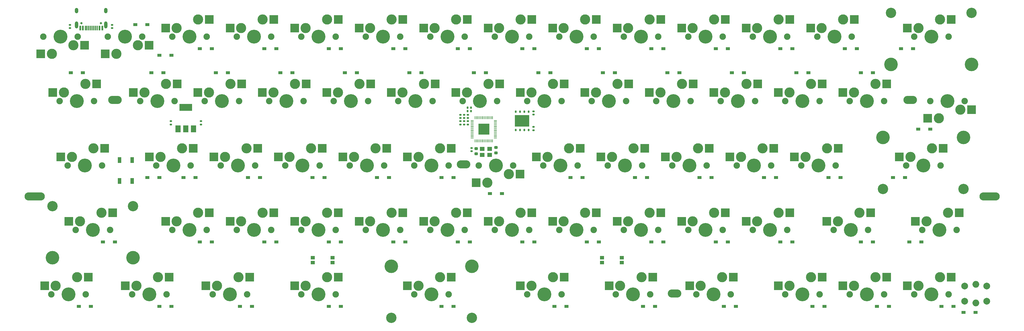
<source format=gbr>
%TF.GenerationSoftware,KiCad,Pcbnew,7.0.1*%
%TF.CreationDate,2025-02-28T05:26:20+09:00*%
%TF.ProjectId,bonyo6x_panel,626f6e79-6f36-4785-9f70-616e656c2e6b,rev?*%
%TF.SameCoordinates,Original*%
%TF.FileFunction,Soldermask,Bot*%
%TF.FilePolarity,Negative*%
%FSLAX46Y46*%
G04 Gerber Fmt 4.6, Leading zero omitted, Abs format (unit mm)*
G04 Created by KiCad (PCBNEW 7.0.1) date 2025-02-28 05:26:20*
%MOMM*%
%LPD*%
G01*
G04 APERTURE LIST*
G04 Aperture macros list*
%AMRoundRect*
0 Rectangle with rounded corners*
0 $1 Rounding radius*
0 $2 $3 $4 $5 $6 $7 $8 $9 X,Y pos of 4 corners*
0 Add a 4 corners polygon primitive as box body*
4,1,4,$2,$3,$4,$5,$6,$7,$8,$9,$2,$3,0*
0 Add four circle primitives for the rounded corners*
1,1,$1+$1,$2,$3*
1,1,$1+$1,$4,$5*
1,1,$1+$1,$6,$7*
1,1,$1+$1,$8,$9*
0 Add four rect primitives between the rounded corners*
20,1,$1+$1,$2,$3,$4,$5,0*
20,1,$1+$1,$4,$5,$6,$7,0*
20,1,$1+$1,$6,$7,$8,$9,0*
20,1,$1+$1,$8,$9,$2,$3,0*%
G04 Aperture macros list end*
%ADD10R,1.300000X0.950000*%
%ADD11C,1.900000*%
%ADD12C,3.000000*%
%ADD13C,4.100000*%
%ADD14R,2.550000X2.500000*%
%ADD15C,4.000000*%
%ADD16C,3.050000*%
%ADD17O,4.000000X2.400000*%
%ADD18O,6.000000X2.400000*%
%ADD19C,2.000000*%
%ADD20O,2.000000X2.000000*%
%ADD21RoundRect,0.140000X-0.170000X0.140000X-0.170000X-0.140000X0.170000X-0.140000X0.170000X0.140000X0*%
%ADD22R,1.100000X1.800000*%
%ADD23RoundRect,0.140000X0.140000X0.170000X-0.140000X0.170000X-0.140000X-0.170000X0.140000X-0.170000X0*%
%ADD24R,1.400000X1.200000*%
%ADD25R,1.300000X1.000000*%
%ADD26C,0.650000*%
%ADD27R,0.600000X1.450000*%
%ADD28R,0.300000X1.450000*%
%ADD29O,1.000000X1.600000*%
%ADD30O,1.000000X2.100000*%
%ADD31RoundRect,0.225000X-0.250000X0.225000X-0.250000X-0.225000X0.250000X-0.225000X0.250000X0.225000X0*%
%ADD32R,1.500000X2.000000*%
%ADD33R,3.800000X2.000000*%
%ADD34RoundRect,0.050000X0.387500X0.050000X-0.387500X0.050000X-0.387500X-0.050000X0.387500X-0.050000X0*%
%ADD35RoundRect,0.050000X0.050000X0.387500X-0.050000X0.387500X-0.050000X-0.387500X0.050000X-0.387500X0*%
%ADD36R,3.200000X3.200000*%
%ADD37RoundRect,0.125000X0.125000X-0.250000X0.125000X0.250000X-0.125000X0.250000X-0.125000X-0.250000X0*%
%ADD38R,4.300000X3.400000*%
G04 APERTURE END LIST*
D10*
%TO.C,D41*%
X312550264Y-90487576D03*
X316100264Y-90487576D03*
%TD*%
D11*
%TO.C,SW16*%
X90170056Y-67865666D03*
D12*
X91440056Y-65325666D03*
D13*
X95250056Y-67865666D03*
D12*
X97790056Y-62785666D03*
D11*
X100330056Y-67865666D03*
D14*
X88165056Y-65325666D03*
X101092056Y-62785666D03*
%TD*%
D11*
%TO.C,SW57*%
X111601306Y-125015666D03*
D12*
X112871306Y-122475666D03*
D13*
X116681306Y-125015666D03*
D12*
X119221306Y-119935666D03*
D11*
X121761306Y-125015666D03*
D14*
X109596306Y-122475666D03*
X122523306Y-119935666D03*
%TD*%
D10*
%TO.C,D16*%
X93475080Y-59531300D03*
X97025080Y-59531300D03*
%TD*%
%TO.C,D9*%
X222062688Y-52387544D03*
X225612688Y-52387544D03*
%TD*%
D11*
%TO.C,SW23*%
X223520056Y-67865666D03*
D12*
X224790056Y-65325666D03*
D13*
X228600056Y-67865666D03*
D12*
X231140056Y-62785666D03*
D11*
X233680056Y-67865666D03*
D14*
X221515056Y-65325666D03*
X234442056Y-62785666D03*
%TD*%
D11*
%TO.C,SW6*%
X156845056Y-48815666D03*
D12*
X158115056Y-46275666D03*
D13*
X161925056Y-48815666D03*
D12*
X164465056Y-43735666D03*
D11*
X167005056Y-48815666D03*
D14*
X154840056Y-46275666D03*
X167767056Y-43735666D03*
%TD*%
D10*
%TO.C,D39*%
X274450232Y-90487576D03*
X278000232Y-90487576D03*
%TD*%
%TO.C,D55*%
X72043812Y-128587608D03*
X75593812Y-128587608D03*
%TD*%
D15*
%TO.C,SW59*%
X164312648Y-116775730D03*
D16*
X164312648Y-132015730D03*
D11*
X171132648Y-125015730D03*
D12*
X172402648Y-122475730D03*
D13*
X176212648Y-125015730D03*
D12*
X178752648Y-119935730D03*
D11*
X181292648Y-125015730D03*
D15*
X188112648Y-116775730D03*
D16*
X188112648Y-132015730D03*
D14*
X169127648Y-122475730D03*
X182054648Y-119935730D03*
%TD*%
D11*
%TO.C,SW31*%
X113982556Y-86915666D03*
D12*
X115252556Y-84375666D03*
D13*
X119062556Y-86915666D03*
D12*
X121602556Y-81835666D03*
D11*
X124142556Y-86915666D03*
D14*
X111977556Y-84375666D03*
X124904556Y-81835666D03*
%TD*%
D11*
%TO.C,SW62*%
X254476468Y-125015730D03*
D12*
X255746468Y-122475730D03*
D13*
X259556468Y-125015730D03*
D12*
X262096468Y-119935730D03*
D11*
X264636468Y-125015730D03*
D14*
X252471468Y-122475730D03*
X265398468Y-119935730D03*
%TD*%
D10*
%TO.C,D56*%
X95856332Y-128587608D03*
X99406332Y-128587608D03*
%TD*%
%TO.C,D62*%
X262543972Y-128587608D03*
X266093972Y-128587608D03*
%TD*%
D11*
%TO.C,SW1*%
X71755056Y-48815666D03*
D12*
X70485056Y-51355666D03*
D13*
X66675056Y-48815666D03*
D12*
X64135056Y-53895666D03*
D11*
X61595056Y-48815666D03*
D14*
X73760056Y-51355666D03*
X60833056Y-53895666D03*
%TD*%
D10*
%TO.C,D17*%
X112525096Y-59531300D03*
X116075096Y-59531300D03*
%TD*%
%TO.C,D10*%
X241112704Y-52387544D03*
X244662704Y-52387544D03*
%TD*%
%TO.C,D64*%
X307787760Y-128587608D03*
X311337760Y-128587608D03*
%TD*%
D11*
%TO.C,SW18*%
X128270056Y-67865666D03*
D12*
X129540056Y-65325666D03*
D13*
X133350056Y-67865666D03*
D12*
X135890056Y-62785666D03*
D11*
X138430056Y-67865666D03*
D14*
X126265056Y-65325666D03*
X139192056Y-62785666D03*
%TD*%
D11*
%TO.C,SW32*%
X133032556Y-86915666D03*
D12*
X134302556Y-84375666D03*
D13*
X138112556Y-86915666D03*
D12*
X140652556Y-81835666D03*
D11*
X143192556Y-86915666D03*
D14*
X131027556Y-84375666D03*
X143954556Y-81835666D03*
%TD*%
D10*
%TO.C,D4*%
X126812608Y-52387544D03*
X130362608Y-52387544D03*
%TD*%
D11*
%TO.C,SW63*%
X280670240Y-125015730D03*
D12*
X281940240Y-122475730D03*
D13*
X285750240Y-125015730D03*
D12*
X288290240Y-119935730D03*
D11*
X290830240Y-125015730D03*
D14*
X278665240Y-122475730D03*
X291592240Y-119935730D03*
%TD*%
D11*
%TO.C,SW49*%
X213995184Y-105965714D03*
D12*
X215265184Y-103425714D03*
D13*
X219075184Y-105965714D03*
D12*
X221615184Y-100885714D03*
D11*
X224155184Y-105965714D03*
D14*
X211990184Y-103425714D03*
X224917184Y-100885714D03*
%TD*%
D10*
%TO.C,D65*%
X326837776Y-128587608D03*
X330387776Y-128587608D03*
%TD*%
D11*
%TO.C,SW61*%
X230663948Y-125015730D03*
D12*
X231933948Y-122475730D03*
D13*
X235743948Y-125015730D03*
D12*
X238283948Y-119935730D03*
D11*
X240823948Y-125015730D03*
D14*
X228658948Y-122475730D03*
X241585948Y-119935730D03*
%TD*%
D11*
%TO.C,SW45*%
X137795120Y-105965666D03*
D12*
X139065120Y-103425666D03*
D13*
X142875120Y-105965666D03*
D12*
X145415120Y-100885666D03*
D11*
X147955120Y-105965666D03*
D14*
X135790120Y-103425666D03*
X148717120Y-100885666D03*
%TD*%
D10*
%TO.C,D19*%
X150625128Y-59531300D03*
X154175128Y-59531300D03*
%TD*%
D11*
%TO.C,SW24*%
X242570056Y-67865666D03*
D12*
X243840056Y-65325666D03*
D13*
X247650056Y-67865666D03*
D12*
X250190056Y-62785666D03*
D11*
X252730056Y-67865666D03*
D14*
X240565056Y-65325666D03*
X253492056Y-62785666D03*
%TD*%
D11*
%TO.C,SW51*%
X252095216Y-105965666D03*
D12*
X253365216Y-103425666D03*
D13*
X257175216Y-105965666D03*
D12*
X259715216Y-100885666D03*
D11*
X262255216Y-105965666D03*
D14*
X250090216Y-103425666D03*
X263017216Y-100885666D03*
%TD*%
D10*
%TO.C,D63*%
X288737744Y-128587608D03*
X292287744Y-128587608D03*
%TD*%
%TO.C,D36*%
X217300184Y-90487576D03*
X220850184Y-90487576D03*
%TD*%
%TO.C,D54*%
X317312768Y-109537592D03*
X320862768Y-109537592D03*
%TD*%
%TO.C,D46*%
X164912640Y-109537592D03*
X168462640Y-109537592D03*
%TD*%
D11*
%TO.C,SW39*%
X266382556Y-86915666D03*
D12*
X267652556Y-84375666D03*
D13*
X271462556Y-86915666D03*
D12*
X274002556Y-81835666D03*
D11*
X276542556Y-86915666D03*
D14*
X264377556Y-84375666D03*
X277304556Y-81835666D03*
%TD*%
D11*
%TO.C,SW19*%
X147320056Y-67865666D03*
D12*
X148590056Y-65325666D03*
D13*
X152400056Y-67865666D03*
D12*
X154940056Y-62785666D03*
D11*
X157480056Y-67865666D03*
D14*
X145315056Y-65325666D03*
X158242056Y-62785666D03*
%TD*%
D11*
%TO.C,SW36*%
X209232556Y-86915666D03*
D12*
X210502556Y-84375666D03*
D13*
X214312556Y-86915666D03*
D12*
X216852556Y-81835666D03*
D11*
X219392556Y-86915666D03*
D14*
X207227556Y-84375666D03*
X220154556Y-81835666D03*
%TD*%
D10*
%TO.C,D26*%
X283975240Y-59531300D03*
X287525240Y-59531300D03*
%TD*%
%TO.C,D49*%
X222062688Y-109537592D03*
X225612688Y-109537592D03*
%TD*%
D11*
%TO.C,SW53*%
X294957752Y-105965714D03*
D12*
X296227752Y-103425714D03*
D13*
X300037752Y-105965714D03*
D12*
X302577752Y-100885714D03*
D11*
X305117752Y-105965714D03*
D14*
X292952752Y-103425714D03*
X305879752Y-100885714D03*
%TD*%
D10*
%TO.C,D3*%
X107762592Y-52387544D03*
X111312592Y-52387544D03*
%TD*%
D17*
%TO.C,REF\u002A\u002A*%
X248026956Y-124817616D03*
%TD*%
%TO.C,REF\u002A\u002A*%
X185727556Y-86616916D03*
%TD*%
D11*
%TO.C,SW21*%
X185420056Y-67865666D03*
D12*
X186690056Y-65325666D03*
D13*
X190500056Y-67865666D03*
D12*
X193040056Y-62785666D03*
D11*
X195580056Y-67865666D03*
D14*
X183415056Y-65325666D03*
X196342056Y-62785666D03*
%TD*%
D11*
%TO.C,SW11*%
X252095056Y-48815666D03*
D12*
X253365056Y-46275666D03*
D13*
X257175056Y-48815666D03*
D12*
X259715056Y-43735666D03*
D11*
X262255056Y-48815666D03*
D14*
X250090056Y-46275666D03*
X263017056Y-43735666D03*
%TD*%
D11*
%TO.C,SW50*%
X233045200Y-105965714D03*
D12*
X234315200Y-103425714D03*
D13*
X238125200Y-105965714D03*
D12*
X240665200Y-100885714D03*
D11*
X243205200Y-105965714D03*
D14*
X231040200Y-103425714D03*
X243967200Y-100885714D03*
%TD*%
D10*
%TO.C,D32*%
X141100120Y-90487576D03*
X144650120Y-90487576D03*
%TD*%
%TO.C,D31*%
X122050104Y-90487576D03*
X125600104Y-90487576D03*
%TD*%
%TO.C,D20*%
X169675144Y-59531300D03*
X173225144Y-59531300D03*
%TD*%
D18*
%TO.C,REF\u002A\u002A*%
X341068756Y-96118116D03*
%TD*%
D11*
%TO.C,SW20*%
X166370056Y-67865666D03*
D12*
X167640056Y-65325666D03*
D13*
X171450056Y-67865666D03*
D12*
X173990056Y-62785666D03*
D11*
X176530056Y-67865666D03*
D14*
X164365056Y-65325666D03*
X177292056Y-62785666D03*
%TD*%
D10*
%TO.C,D30*%
X103000088Y-90487576D03*
X106550088Y-90487576D03*
%TD*%
D16*
%TO.C,SW14*%
X311950056Y-41815666D03*
D15*
X311950056Y-57055666D03*
D11*
X318770056Y-48815666D03*
D12*
X320040056Y-46275666D03*
D13*
X323850056Y-48815666D03*
D12*
X326390056Y-43735666D03*
D11*
X328930056Y-48815666D03*
D16*
X335750056Y-41815666D03*
D15*
X335750056Y-57055666D03*
D14*
X316765056Y-46275666D03*
X329692056Y-43735666D03*
%TD*%
D11*
%TO.C,SW47*%
X175895152Y-105965666D03*
D12*
X177165152Y-103425666D03*
D13*
X180975152Y-105965666D03*
D12*
X183515152Y-100885666D03*
D11*
X186055152Y-105965666D03*
D14*
X173890152Y-103425666D03*
X186817152Y-100885666D03*
%TD*%
D10*
%TO.C,D7*%
X183962656Y-52387544D03*
X187512656Y-52387544D03*
%TD*%
%TO.C,D57*%
X119668852Y-128587608D03*
X123218852Y-128587608D03*
%TD*%
D11*
%TO.C,SW60*%
X204470176Y-125015730D03*
D12*
X205740176Y-122475730D03*
D13*
X209550176Y-125015730D03*
D12*
X212090176Y-119935730D03*
D11*
X214630176Y-125015730D03*
D14*
X202465176Y-122475730D03*
X215392176Y-119935730D03*
%TD*%
D15*
%TO.C,SW41*%
X309568806Y-78675666D03*
D16*
X309568806Y-93915666D03*
D11*
X316388806Y-86915666D03*
D12*
X317658806Y-84375666D03*
D13*
X321468806Y-86915666D03*
D12*
X324008806Y-81835666D03*
D11*
X326548806Y-86915666D03*
D15*
X333368806Y-78675666D03*
D16*
X333368806Y-93915666D03*
D14*
X314383806Y-84375666D03*
X327310806Y-81835666D03*
%TD*%
D10*
%TO.C,D1*%
X88712576Y-45243788D03*
X92262576Y-45243788D03*
%TD*%
D11*
%TO.C,SW25*%
X261620056Y-67865666D03*
D12*
X262890056Y-65325666D03*
D13*
X266700056Y-67865666D03*
D12*
X269240056Y-62785666D03*
D11*
X271780056Y-67865666D03*
D14*
X259615056Y-65325666D03*
X272542056Y-62785666D03*
%TD*%
D10*
%TO.C,D47*%
X183962656Y-109537592D03*
X187512656Y-109537592D03*
%TD*%
%TO.C,D61*%
X238731452Y-128587608D03*
X242281452Y-128587608D03*
%TD*%
%TO.C,D52*%
X279212736Y-109537592D03*
X282762736Y-109537592D03*
%TD*%
D11*
%TO.C,SW40*%
X285432556Y-86915666D03*
D12*
X286702556Y-84375666D03*
D13*
X290512556Y-86915666D03*
D12*
X293052556Y-81835666D03*
D11*
X295592556Y-86915666D03*
D14*
X283427556Y-84375666D03*
X296354556Y-81835666D03*
%TD*%
D10*
%TO.C,D15*%
X69662560Y-59531300D03*
X73212560Y-59531300D03*
%TD*%
%TO.C,D11*%
X260162720Y-52387544D03*
X263712720Y-52387544D03*
%TD*%
%TO.C,D37*%
X236350200Y-90487576D03*
X239900200Y-90487576D03*
%TD*%
D11*
%TO.C,SW46*%
X156845136Y-105965714D03*
D12*
X158115136Y-103425714D03*
D13*
X161925136Y-105965714D03*
D12*
X164465136Y-100885714D03*
D11*
X167005136Y-105965714D03*
D14*
X154840136Y-103425714D03*
X167767136Y-100885714D03*
%TD*%
D10*
%TO.C,D45*%
X145862624Y-109537592D03*
X149412624Y-109537592D03*
%TD*%
%TO.C,D58*%
X145862686Y-128587672D03*
X149412686Y-128587672D03*
%TD*%
D11*
%TO.C,SW44*%
X118745104Y-105965714D03*
D12*
X120015104Y-103425714D03*
D13*
X123825104Y-105965714D03*
D12*
X126365104Y-100885714D03*
D11*
X128905104Y-105965714D03*
D14*
X116740104Y-103425714D03*
X129667104Y-100885714D03*
%TD*%
D10*
%TO.C,D48*%
X203012672Y-109537592D03*
X206562672Y-109537592D03*
%TD*%
D11*
%TO.C,SW13*%
X290195056Y-48815666D03*
D12*
X291465056Y-46275666D03*
D13*
X295275056Y-48815666D03*
D12*
X297815056Y-43735666D03*
D11*
X300355056Y-48815666D03*
D14*
X288190056Y-46275666D03*
X301117056Y-43735666D03*
%TD*%
D11*
%TO.C,SW30*%
X94932556Y-86915698D03*
D12*
X96202556Y-84375698D03*
D13*
X100012556Y-86915698D03*
D12*
X102552556Y-81835698D03*
D11*
X105092556Y-86915698D03*
D14*
X92927556Y-84375698D03*
X105854556Y-81835698D03*
%TD*%
D10*
%TO.C,D22*%
X207775176Y-59531300D03*
X211325176Y-59531300D03*
%TD*%
D11*
%TO.C,SW17*%
X109220056Y-67865666D03*
D12*
X110490056Y-65325666D03*
D13*
X114300056Y-67865666D03*
D12*
X116840056Y-62785666D03*
D11*
X119380056Y-67865666D03*
D14*
X107215056Y-65325666D03*
X120142056Y-62785666D03*
%TD*%
D10*
%TO.C,D44*%
X126812608Y-109537592D03*
X130362608Y-109537592D03*
%TD*%
%TO.C,D2*%
X95856332Y-54315666D03*
X99406332Y-54315666D03*
%TD*%
%TO.C,D23*%
X226825192Y-59531300D03*
X230375192Y-59531300D03*
%TD*%
D11*
%TO.C,SW54*%
X321151306Y-105965666D03*
D12*
X322421306Y-103425666D03*
D13*
X326231306Y-105965666D03*
D12*
X328771306Y-100885666D03*
D11*
X331311306Y-105965666D03*
D14*
X319146306Y-103425666D03*
X332073306Y-100885666D03*
%TD*%
D11*
%TO.C,SW2*%
X90805056Y-48815666D03*
D12*
X89535056Y-51355666D03*
D13*
X85725056Y-48815666D03*
D12*
X83185056Y-53895666D03*
D11*
X80645056Y-48815666D03*
D14*
X92810056Y-51355666D03*
X79883056Y-53895666D03*
%TD*%
D11*
%TO.C,SW29*%
X68738806Y-86915698D03*
D12*
X70008806Y-84375698D03*
D13*
X73818806Y-86915698D03*
D12*
X76358806Y-81835698D03*
D11*
X78898806Y-86915698D03*
D14*
X66733806Y-84375698D03*
X79660806Y-81835698D03*
%TD*%
D10*
%TO.C,D42*%
X79187568Y-109537592D03*
X82737568Y-109537592D03*
%TD*%
%TO.C,D14*%
X314931516Y-52387544D03*
X318481516Y-52387544D03*
%TD*%
%TO.C,D35*%
X193487664Y-95250080D03*
X197037664Y-95250080D03*
%TD*%
D11*
%TO.C,SW65*%
X318770272Y-125015666D03*
D12*
X320040272Y-122475666D03*
D13*
X323850272Y-125015666D03*
D12*
X326390272Y-119935666D03*
D11*
X328930272Y-125015666D03*
D14*
X316765272Y-122475666D03*
X329692272Y-119935666D03*
%TD*%
D10*
%TO.C,D27*%
X303025256Y-59531300D03*
X306575256Y-59531300D03*
%TD*%
D11*
%TO.C,SW52*%
X271145232Y-105965714D03*
D12*
X272415232Y-103425714D03*
D13*
X276225232Y-105965714D03*
D12*
X278765232Y-100885714D03*
D11*
X281305232Y-105965714D03*
D14*
X269140232Y-103425714D03*
X282067232Y-100885714D03*
%TD*%
D10*
%TO.C,D18*%
X131575112Y-59531300D03*
X135125112Y-59531300D03*
%TD*%
D11*
%TO.C,SW10*%
X233045056Y-48815666D03*
D12*
X234315056Y-46275666D03*
D13*
X238125056Y-48815666D03*
D12*
X240665056Y-43735666D03*
D11*
X243205056Y-48815666D03*
D14*
X231040056Y-46275666D03*
X243967056Y-43735666D03*
%TD*%
D10*
%TO.C,D24*%
X245875208Y-59531300D03*
X249425208Y-59531300D03*
%TD*%
D11*
%TO.C,SW9*%
X213995056Y-48815666D03*
D12*
X215265056Y-46275666D03*
D13*
X219075056Y-48815666D03*
D12*
X221615056Y-43735666D03*
D11*
X224155056Y-48815666D03*
D14*
X211990056Y-46275666D03*
X224917056Y-43735666D03*
%TD*%
D10*
%TO.C,D25*%
X264925224Y-59531300D03*
X268475224Y-59531300D03*
%TD*%
D11*
%TO.C,SW55*%
X63976306Y-125015666D03*
D12*
X65246306Y-122475666D03*
D13*
X69056306Y-125015666D03*
D12*
X71596306Y-119935666D03*
D11*
X74136306Y-125015666D03*
D14*
X61971306Y-122475666D03*
X74898306Y-119935666D03*
%TD*%
D16*
%TO.C,SW42*%
X64300064Y-98965714D03*
D15*
X64300064Y-114205714D03*
D11*
X71120064Y-105965714D03*
D12*
X72390064Y-103425714D03*
D13*
X76200064Y-105965714D03*
D12*
X78740064Y-100885714D03*
D11*
X81280064Y-105965714D03*
D16*
X88100064Y-98965714D03*
D15*
X88100064Y-114205714D03*
D14*
X69115064Y-103425714D03*
X82042064Y-100885714D03*
%TD*%
D11*
%TO.C,SW35*%
X200342556Y-86915666D03*
D12*
X199072556Y-89455666D03*
D13*
X195262556Y-86915666D03*
D12*
X192722556Y-91995666D03*
D11*
X190182556Y-86915666D03*
D14*
X202347556Y-89455666D03*
X189420556Y-91995666D03*
%TD*%
D11*
%TO.C,SW43*%
X99695088Y-105965714D03*
D12*
X100965088Y-103425714D03*
D13*
X104775088Y-105965714D03*
D12*
X107315088Y-100885714D03*
D11*
X109855088Y-105965714D03*
D14*
X97690088Y-103425714D03*
X110617088Y-100885714D03*
%TD*%
D11*
%TO.C,SW5*%
X137795056Y-48815666D03*
D12*
X139065056Y-46275666D03*
D13*
X142875056Y-48815666D03*
D12*
X145415056Y-43735666D03*
D11*
X147955056Y-48815666D03*
D14*
X135790056Y-46275666D03*
X148717056Y-43735666D03*
%TD*%
D10*
%TO.C,D66*%
X333386219Y-130373547D03*
X336936219Y-130373547D03*
%TD*%
D19*
%TO.C,SW_tact1*%
X333697158Y-122565666D03*
D20*
X336947158Y-122065666D03*
D19*
X340197158Y-122565666D03*
X333697158Y-127065666D03*
D20*
X336947158Y-127565666D03*
D19*
X340197158Y-127065666D03*
%TD*%
D11*
%TO.C,SW26*%
X280670056Y-67865666D03*
D12*
X281940056Y-65325666D03*
D13*
X285750056Y-67865666D03*
D12*
X288290056Y-62785666D03*
D11*
X290830056Y-67865666D03*
D14*
X278665056Y-65325666D03*
X291592056Y-62785666D03*
%TD*%
D11*
%TO.C,SW64*%
X299720256Y-125015730D03*
D12*
X300990256Y-122475730D03*
D13*
X304800256Y-125015730D03*
D12*
X307340256Y-119935730D03*
D11*
X309880256Y-125015730D03*
D14*
X297715256Y-122475730D03*
X310642256Y-119935730D03*
%TD*%
D18*
%TO.C,REF\u002A\u002A*%
X58986456Y-96118116D03*
%TD*%
D10*
%TO.C,D5*%
X145862624Y-52387544D03*
X149412624Y-52387544D03*
%TD*%
%TO.C,D51*%
X260162720Y-109537592D03*
X263712720Y-109537592D03*
%TD*%
%TO.C,D12*%
X279212736Y-52387544D03*
X282762736Y-52387544D03*
%TD*%
D11*
%TO.C,SW58*%
X137795120Y-125015730D03*
D12*
X139065120Y-122475730D03*
D13*
X142875120Y-125015730D03*
D12*
X145415120Y-119935730D03*
D11*
X147955120Y-125015730D03*
D14*
X135790120Y-122475730D03*
X148717120Y-119935730D03*
%TD*%
D11*
%TO.C,SW27*%
X299720056Y-67865666D03*
D12*
X300990056Y-65325666D03*
D13*
X304800056Y-67865666D03*
D12*
X307340056Y-62785666D03*
D11*
X309880056Y-67865666D03*
D14*
X297715056Y-65325666D03*
X310642056Y-62785666D03*
%TD*%
D11*
%TO.C,SW12*%
X271145056Y-48815666D03*
D12*
X272415056Y-46275666D03*
D13*
X276225056Y-48815666D03*
D12*
X278765056Y-43735666D03*
D11*
X281305056Y-48815666D03*
D14*
X269140056Y-46275666D03*
X282067056Y-43735666D03*
%TD*%
D17*
%TO.C,REF\u002A\u002A*%
X82726856Y-67517716D03*
%TD*%
D10*
%TO.C,D6*%
X164912640Y-52387544D03*
X168462640Y-52387544D03*
%TD*%
D11*
%TO.C,SW22*%
X204470056Y-67865666D03*
D12*
X205740056Y-65325666D03*
D13*
X209550056Y-67865666D03*
D12*
X212090056Y-62785666D03*
D11*
X214630056Y-67865666D03*
D14*
X202465056Y-65325666D03*
X215392056Y-62785666D03*
%TD*%
D11*
%TO.C,SW37*%
X228282556Y-86915666D03*
D12*
X229552556Y-84375666D03*
D13*
X233362556Y-86915666D03*
D12*
X235902556Y-81835666D03*
D11*
X238442556Y-86915666D03*
D14*
X226277556Y-84375666D03*
X239204556Y-81835666D03*
%TD*%
D11*
%TO.C,SW48*%
X194945168Y-105965666D03*
D12*
X196215168Y-103425666D03*
D13*
X200025168Y-105965666D03*
D12*
X202565168Y-100885666D03*
D11*
X205105168Y-105965666D03*
D14*
X192940168Y-103425666D03*
X205867168Y-100885666D03*
%TD*%
D11*
%TO.C,SW3*%
X99695056Y-48815666D03*
D12*
X100965056Y-46275666D03*
D13*
X104775056Y-48815666D03*
D12*
X107315056Y-43735666D03*
D11*
X109855056Y-48815666D03*
D14*
X97690056Y-46275666D03*
X110617056Y-43735666D03*
%TD*%
D10*
%TO.C,D60*%
X212537680Y-128587608D03*
X216087680Y-128587608D03*
%TD*%
%TO.C,D43*%
X107762592Y-109537592D03*
X111312592Y-109537592D03*
%TD*%
%TO.C,D29*%
X92284454Y-90487576D03*
X95834454Y-90487576D03*
%TD*%
%TO.C,D8*%
X203012672Y-52387544D03*
X206562672Y-52387544D03*
%TD*%
D11*
%TO.C,SW7*%
X175895056Y-48815666D03*
D12*
X177165056Y-46275666D03*
D13*
X180975056Y-48815666D03*
D12*
X183515056Y-43735666D03*
D11*
X186055056Y-48815666D03*
D14*
X173890056Y-46275666D03*
X186817056Y-43735666D03*
%TD*%
D11*
%TO.C,SW4*%
X118745056Y-48815666D03*
D12*
X120015056Y-46275666D03*
D13*
X123825056Y-48815666D03*
D12*
X126365056Y-43735666D03*
D11*
X128905056Y-48815666D03*
D14*
X116740056Y-46275666D03*
X129667056Y-43735666D03*
%TD*%
D17*
%TO.C,REF\u002A\u002A*%
X317577456Y-67517716D03*
%TD*%
D10*
%TO.C,D38*%
X255400216Y-90487576D03*
X258950216Y-90487576D03*
%TD*%
D11*
%TO.C,SW8*%
X194945056Y-48815666D03*
D12*
X196215056Y-46275666D03*
D13*
X200025056Y-48815666D03*
D12*
X202565056Y-43735666D03*
D11*
X205105056Y-48815666D03*
D14*
X192940056Y-46275666D03*
X205867056Y-43735666D03*
%TD*%
D11*
%TO.C,SW56*%
X87788806Y-125015666D03*
D12*
X89058806Y-122475666D03*
D13*
X92868806Y-125015666D03*
D12*
X95408806Y-119935666D03*
D11*
X97948806Y-125015666D03*
D14*
X85783806Y-122475666D03*
X98710806Y-119935666D03*
%TD*%
D10*
%TO.C,D59*%
X179200152Y-128587608D03*
X182750152Y-128587608D03*
%TD*%
D11*
%TO.C,SW34*%
X171132556Y-86915666D03*
D12*
X172402556Y-84375666D03*
D13*
X176212556Y-86915666D03*
D12*
X178752556Y-81835666D03*
D11*
X181292556Y-86915666D03*
D14*
X169127556Y-84375666D03*
X182054556Y-81835666D03*
%TD*%
D10*
%TO.C,D33*%
X160150136Y-90487576D03*
X163700136Y-90487576D03*
%TD*%
D11*
%TO.C,SW15*%
X66357556Y-67865666D03*
D12*
X67627556Y-65325666D03*
D13*
X71437556Y-67865666D03*
D12*
X73977556Y-62785666D03*
D11*
X76517556Y-67865666D03*
D14*
X64352556Y-65325666D03*
X77279556Y-62785666D03*
%TD*%
D11*
%TO.C,SW33*%
X152082556Y-86915666D03*
D12*
X153352556Y-84375666D03*
D13*
X157162556Y-86915666D03*
D12*
X159702556Y-81835666D03*
D11*
X162242556Y-86915666D03*
D14*
X150077556Y-84375666D03*
X163004556Y-81835666D03*
%TD*%
D10*
%TO.C,D53*%
X303025256Y-109537592D03*
X306575256Y-109537592D03*
%TD*%
%TO.C,D28*%
X320000056Y-76200064D03*
X323550056Y-76200064D03*
%TD*%
%TO.C,D13*%
X298262752Y-52387544D03*
X301812752Y-52387544D03*
%TD*%
%TO.C,D50*%
X241112704Y-109537592D03*
X244662704Y-109537592D03*
%TD*%
%TO.C,D40*%
X293500248Y-90487576D03*
X297050248Y-90487576D03*
%TD*%
%TO.C,D34*%
X179200152Y-90487576D03*
X182750152Y-90487576D03*
%TD*%
%TO.C,D21*%
X188725160Y-59531300D03*
X192275160Y-59531300D03*
%TD*%
D11*
%TO.C,SW38*%
X247332556Y-86915666D03*
D12*
X248602556Y-84375666D03*
D13*
X252412556Y-86915666D03*
D12*
X254952556Y-81835666D03*
D11*
X257492556Y-86915666D03*
D14*
X245327556Y-84375666D03*
X258254556Y-81835666D03*
%TD*%
D11*
%TO.C,SW28*%
X333692556Y-67865666D03*
D12*
X332422556Y-70405666D03*
D13*
X328612556Y-67865666D03*
D12*
X326072556Y-72945666D03*
D11*
X323532556Y-67865666D03*
D14*
X335697556Y-70405666D03*
X322770556Y-72945666D03*
%TD*%
D21*
%TO.C,C1*%
X99275056Y-73835666D03*
X99275056Y-74795666D03*
%TD*%
%TO.C,R1*%
X69475056Y-45335666D03*
X69475056Y-46295666D03*
%TD*%
%TO.C,C5*%
X184775056Y-73835666D03*
X184775056Y-74795666D03*
%TD*%
%TO.C,C9*%
X206375056Y-70935666D03*
X206375056Y-71895666D03*
%TD*%
D22*
%TO.C,SW_boot1*%
X87825056Y-91515666D03*
X87825056Y-85315666D03*
X84125056Y-91515666D03*
X84125056Y-85315666D03*
%TD*%
D21*
%TO.C,C8*%
X186975056Y-71935666D03*
X186975056Y-72895666D03*
%TD*%
D23*
%TO.C,R4*%
X187855056Y-70815666D03*
X186895056Y-70815666D03*
%TD*%
D24*
%TO.C,Y1*%
X193375056Y-83765666D03*
X191175056Y-83765666D03*
X191175056Y-82065666D03*
X193375056Y-82065666D03*
%TD*%
D25*
%TO.C,LED2*%
X232394060Y-115595409D03*
X232394060Y-114195409D03*
X226594060Y-114195409D03*
X226594060Y-115595409D03*
%TD*%
D26*
%TO.C,J1*%
X72837556Y-44815666D03*
X78617556Y-44815666D03*
D27*
X72477556Y-46260666D03*
X73277556Y-46260666D03*
D28*
X74477556Y-46260666D03*
X75477556Y-46260666D03*
X75977556Y-46260666D03*
X76977556Y-46260666D03*
D27*
X78177556Y-46260666D03*
X78977556Y-46260666D03*
X78977556Y-46260666D03*
X78177556Y-46260666D03*
D28*
X77477556Y-46260666D03*
X76477556Y-46260666D03*
X74977556Y-46260666D03*
X73977556Y-46260666D03*
D27*
X73277556Y-46260666D03*
X72477556Y-46260666D03*
D29*
X71407556Y-41165666D03*
D30*
X71407556Y-45345666D03*
D29*
X80047556Y-41165666D03*
D30*
X80047556Y-45345666D03*
%TD*%
D21*
%TO.C,C6*%
X185875056Y-73835666D03*
X185875056Y-74795666D03*
%TD*%
D31*
%TO.C,C11*%
X189375056Y-81940666D03*
X189375056Y-83490666D03*
%TD*%
D21*
%TO.C,C7*%
X186975056Y-73835666D03*
X186975056Y-74795666D03*
%TD*%
D23*
%TO.C,R3*%
X187855056Y-69815666D03*
X186895056Y-69815666D03*
%TD*%
D21*
%TO.C,C4*%
X185875056Y-71935666D03*
X185875056Y-72895666D03*
%TD*%
%TO.C,R6*%
X188075056Y-81735666D03*
X188075056Y-82695666D03*
%TD*%
D32*
%TO.C,U1*%
X105975056Y-76065666D03*
X103675056Y-76065666D03*
X101375056Y-76065666D03*
D33*
X103675056Y-69765666D03*
%TD*%
D34*
%TO.C,U2*%
X195112556Y-73615666D03*
X195112556Y-74015666D03*
X195112556Y-74415666D03*
X195112556Y-74815666D03*
X195112556Y-75215666D03*
X195112556Y-75615666D03*
X195112556Y-76015666D03*
X195112556Y-76415666D03*
X195112556Y-76815666D03*
X195112556Y-77215666D03*
X195112556Y-77615666D03*
X195112556Y-78015666D03*
X195112556Y-78415666D03*
X195112556Y-78815666D03*
D35*
X194275056Y-79653166D03*
X193875056Y-79653166D03*
X193475056Y-79653166D03*
X193075056Y-79653166D03*
X192675056Y-79653166D03*
X192275056Y-79653166D03*
X191875056Y-79653166D03*
X191475056Y-79653166D03*
X191075056Y-79653166D03*
X190675056Y-79653166D03*
X190275056Y-79653166D03*
X189875056Y-79653166D03*
X189475056Y-79653166D03*
X189075056Y-79653166D03*
D34*
X188237556Y-78815666D03*
X188237556Y-78415666D03*
X188237556Y-78015666D03*
X188237556Y-77615666D03*
X188237556Y-77215666D03*
X188237556Y-76815666D03*
X188237556Y-76415666D03*
X188237556Y-76015666D03*
X188237556Y-75615666D03*
X188237556Y-75215666D03*
X188237556Y-74815666D03*
X188237556Y-74415666D03*
X188237556Y-74015666D03*
X188237556Y-73615666D03*
D35*
X189075056Y-72778166D03*
X189475056Y-72778166D03*
X189875056Y-72778166D03*
X190275056Y-72778166D03*
X190675056Y-72778166D03*
X191075056Y-72778166D03*
X191475056Y-72778166D03*
X191875056Y-72778166D03*
X192275056Y-72778166D03*
X192675056Y-72778166D03*
X193075056Y-72778166D03*
X193475056Y-72778166D03*
X193875056Y-72778166D03*
X194275056Y-72778166D03*
D36*
X191675056Y-76215666D03*
%TD*%
D21*
%TO.C,R5*%
X206375056Y-75535666D03*
X206375056Y-76495666D03*
%TD*%
%TO.C,C2*%
X108175056Y-73835666D03*
X108175056Y-74795666D03*
%TD*%
D37*
%TO.C,U3*%
X204880056Y-76415666D03*
X203610056Y-76415666D03*
X202340056Y-76415666D03*
X201070056Y-76415666D03*
X201070056Y-71015666D03*
X202340056Y-71015666D03*
X203610056Y-71015666D03*
X204880056Y-71015666D03*
D38*
X202975056Y-73715666D03*
%TD*%
D21*
%TO.C,C3*%
X184775056Y-71935666D03*
X184775056Y-72895666D03*
%TD*%
D25*
%TO.C,LED1*%
X146965746Y-115595409D03*
X146965746Y-114195409D03*
X141165746Y-114195409D03*
X141165746Y-115595409D03*
%TD*%
D31*
%TO.C,C10*%
X195275056Y-81640666D03*
X195275056Y-83190666D03*
%TD*%
D21*
%TO.C,R2*%
X81875056Y-45335666D03*
X81875056Y-46295666D03*
%TD*%
M02*

</source>
